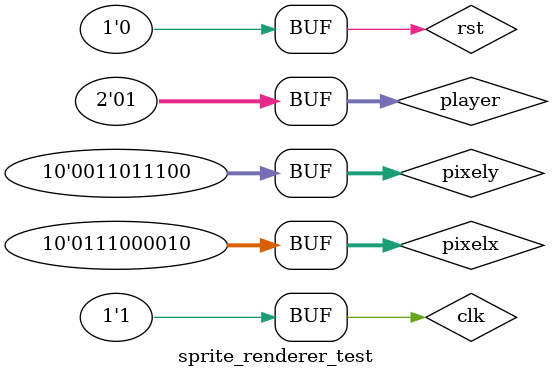
<source format=sv>
module sprite_renderer_test();
	
	logic clk, rst;
	logic[9:0] pixelx, pixely;
	logic[1:0] player;
	logic[2:0] color;
	logic[3:0] player_address;
	logic is_visible;
	
	sprite_renderer DUT(clk, rst, pixelx, pixely, player, color, player_address, is_visible);
	
	initial begin
	
		clk = 1; rst = 0; player = 'd1;
		#10 rst = 1;
		#10 rst = 0;
		
		pixelx = 'd210;
		pixely = 'd120;
		
		#50 pixelx = 'd300;
		pixely = 'd120;
		
		
		#50 pixelx = 'd450;
		pixely = 'd220;
		
		
	
	end

	
endmodule 
</source>
